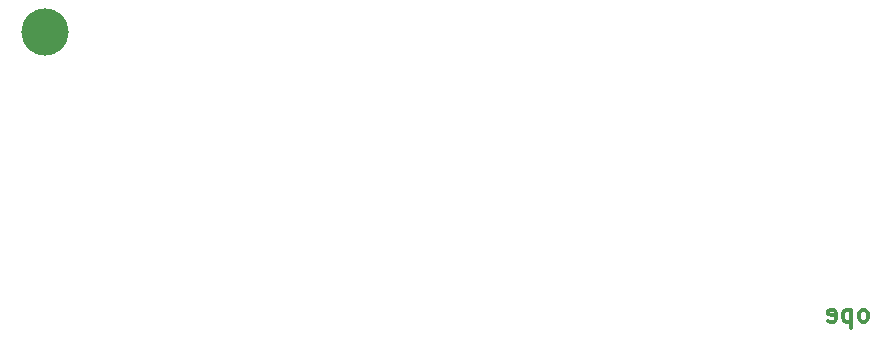
<source format=gbr>
G04 #@! TF.GenerationSoftware,KiCad,Pcbnew,(5.1.10-1-10_14)*
G04 #@! TF.CreationDate,2021-08-18T21:18:23-05:00*
G04 #@! TF.ProjectId,PCB-Keychains,5043422d-4b65-4796-9368-61696e732e6b,rev?*
G04 #@! TF.SameCoordinates,Original*
G04 #@! TF.FileFunction,Soldermask,Bot*
G04 #@! TF.FilePolarity,Negative*
%FSLAX46Y46*%
G04 Gerber Fmt 4.6, Leading zero omitted, Abs format (unit mm)*
G04 Created by KiCad (PCBNEW (5.1.10-1-10_14)) date 2021-08-18 21:18:23*
%MOMM*%
%LPD*%
G01*
G04 APERTURE LIST*
%ADD10C,0.375000*%
%ADD11C,4.000000*%
G04 APERTURE END LIST*
D10*
X82228571Y-160278571D02*
X82371428Y-160207142D01*
X82442857Y-160135714D01*
X82514285Y-159992857D01*
X82514285Y-159564285D01*
X82442857Y-159421428D01*
X82371428Y-159350000D01*
X82228571Y-159278571D01*
X82014285Y-159278571D01*
X81871428Y-159350000D01*
X81800000Y-159421428D01*
X81728571Y-159564285D01*
X81728571Y-159992857D01*
X81800000Y-160135714D01*
X81871428Y-160207142D01*
X82014285Y-160278571D01*
X82228571Y-160278571D01*
X81085714Y-159278571D02*
X81085714Y-160778571D01*
X81085714Y-159350000D02*
X80942857Y-159278571D01*
X80657142Y-159278571D01*
X80514285Y-159350000D01*
X80442857Y-159421428D01*
X80371428Y-159564285D01*
X80371428Y-159992857D01*
X80442857Y-160135714D01*
X80514285Y-160207142D01*
X80657142Y-160278571D01*
X80942857Y-160278571D01*
X81085714Y-160207142D01*
X79157142Y-160207142D02*
X79300000Y-160278571D01*
X79585714Y-160278571D01*
X79728571Y-160207142D01*
X79800000Y-160064285D01*
X79800000Y-159492857D01*
X79728571Y-159350000D01*
X79585714Y-159278571D01*
X79300000Y-159278571D01*
X79157142Y-159350000D01*
X79085714Y-159492857D01*
X79085714Y-159635714D01*
X79800000Y-159778571D01*
D11*
X12812700Y-135706100D03*
M02*

</source>
